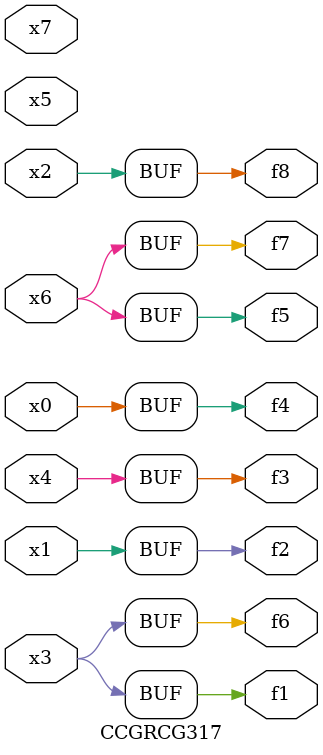
<source format=v>
module CCGRCG317(
	input x0, x1, x2, x3, x4, x5, x6, x7,
	output f1, f2, f3, f4, f5, f6, f7, f8
);
	assign f1 = x3;
	assign f2 = x1;
	assign f3 = x4;
	assign f4 = x0;
	assign f5 = x6;
	assign f6 = x3;
	assign f7 = x6;
	assign f8 = x2;
endmodule

</source>
